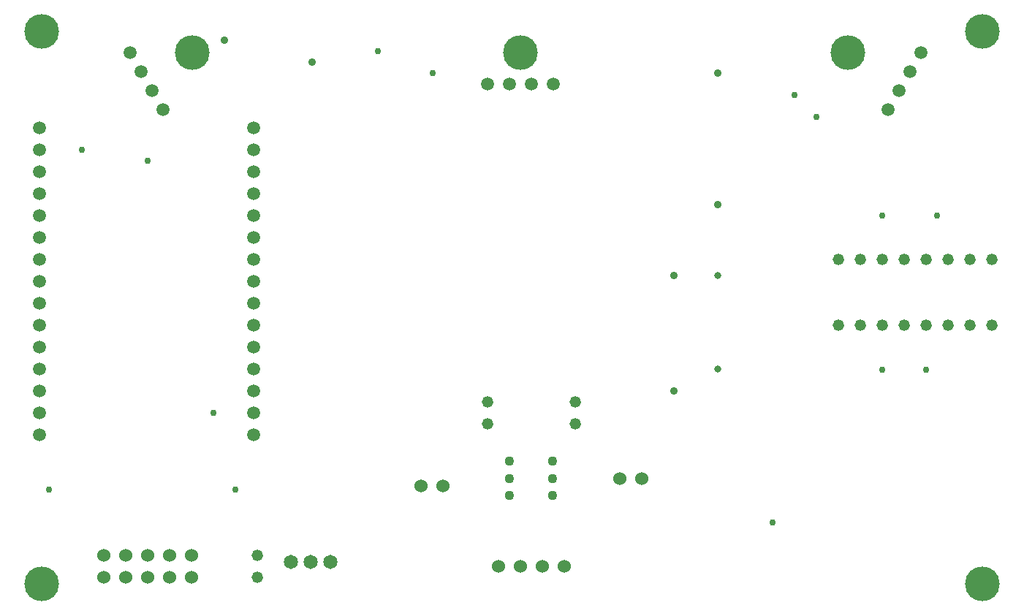
<source format=gbr>
G04 EAGLE Gerber RS-274X export*
G75*
%MOMM*%
%FSLAX34Y34*%
%LPD*%
%INCopper Layer 15*%
%IPPOS*%
%AMOC8*
5,1,8,0,0,1.08239X$1,22.5*%
G01*
%ADD10C,1.320800*%
%ADD11C,1.508000*%
%ADD12C,1.650000*%
%ADD13C,1.524000*%
%ADD14C,1.108000*%
%ADD15C,0.906400*%
%ADD16C,4.016000*%
%ADD17C,0.806400*%
%ADD18C,0.756400*%


D10*
X952500Y330200D03*
X977900Y330200D03*
X1104900Y330200D03*
X1130300Y330200D03*
X1003300Y330200D03*
X1028700Y330200D03*
X1079500Y330200D03*
X1054100Y330200D03*
X1130300Y406400D03*
X1104900Y406400D03*
X1079500Y406400D03*
X1054100Y406400D03*
X1028700Y406400D03*
X1003300Y406400D03*
X977900Y406400D03*
X952500Y406400D03*
D11*
X1010450Y579304D03*
X1023150Y601301D03*
X1035850Y623299D03*
X1048550Y645296D03*
X132550Y645296D03*
X145250Y623299D03*
X157950Y601301D03*
X170650Y579304D03*
D12*
X364490Y55880D03*
X341630Y55880D03*
X318770Y55880D03*
D13*
X699780Y152220D03*
X725180Y152220D03*
X469240Y143400D03*
X494640Y143400D03*
D10*
X647700Y241300D03*
X546100Y241300D03*
X546100Y215900D03*
X647700Y215900D03*
X279400Y63500D03*
X279400Y38100D03*
D11*
X275100Y203100D03*
X275100Y228500D03*
X275100Y253900D03*
X275100Y279300D03*
X275100Y304700D03*
X275100Y330100D03*
X275100Y355500D03*
X275100Y380900D03*
X275100Y406300D03*
X275100Y431700D03*
X275100Y457100D03*
X275100Y482500D03*
X275100Y507900D03*
X275100Y533300D03*
X275100Y558700D03*
X27400Y203100D03*
X27400Y228500D03*
X27400Y253900D03*
X27400Y279300D03*
X27400Y304700D03*
X27400Y330100D03*
X27400Y355500D03*
X27400Y380900D03*
X27400Y406300D03*
X27400Y431700D03*
X27400Y457100D03*
X27400Y482500D03*
X27400Y507900D03*
X27400Y533300D03*
X27400Y558700D03*
X546000Y609600D03*
X571400Y609600D03*
X596800Y609600D03*
X622200Y609600D03*
D13*
X584200Y50800D03*
X609600Y50800D03*
X635000Y50800D03*
X558800Y50800D03*
X101600Y38100D03*
X127000Y38100D03*
X152400Y38100D03*
X177800Y38100D03*
X203200Y38100D03*
X101600Y63500D03*
X127000Y63500D03*
X152400Y63500D03*
X177800Y63500D03*
X203200Y63500D03*
D14*
X621900Y132400D03*
X621900Y152400D03*
X621900Y172400D03*
X571900Y132400D03*
X571900Y152400D03*
X571900Y172400D03*
D15*
X762000Y387350D03*
X762000Y254000D03*
X241300Y660400D03*
X342900Y635000D03*
X812800Y469900D03*
X812800Y622300D03*
D16*
X204100Y645700D03*
X30000Y670000D03*
X1120000Y30000D03*
X1120000Y670000D03*
X584100Y645700D03*
X964100Y645700D03*
X30000Y30000D03*
D17*
X812800Y387350D03*
X812800Y279400D03*
D18*
X254000Y139700D03*
X38100Y139700D03*
X1003300Y278297D03*
X1054100Y278297D03*
X1003300Y457200D03*
X1066800Y457200D03*
X228600Y228600D03*
X152400Y520700D03*
X76200Y533400D03*
X901700Y596900D03*
X927100Y571500D03*
X482600Y622300D03*
X419100Y647700D03*
X876300Y101600D03*
M02*

</source>
